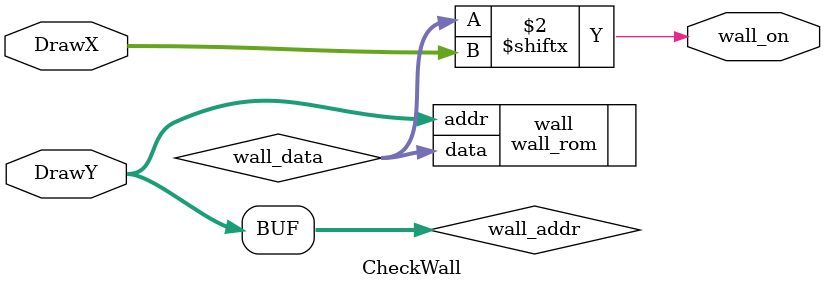
<source format=sv>
module CheckWall (input [9:0]  DrawX, DrawY,	
						output wall_on
						);
	logic [9:0] wall_addr;
	logic [639:0] wall_data;
	wall_rom wall(.addr(wall_addr),.data(wall_data));
	always_comb 
	begin
	wall_addr = DrawY;
	wall_on = wall_data[DrawX];
	end
endmodule
						
						
						
						
						
						
						
						
						
						
						
						
						
						
						
						
						
						
						
						
						
						
						
						
						
						
						
						
						
						
						
						
						
						
						
						
						
						
						
						
						
						
						
						
						
						
						
						
</source>
